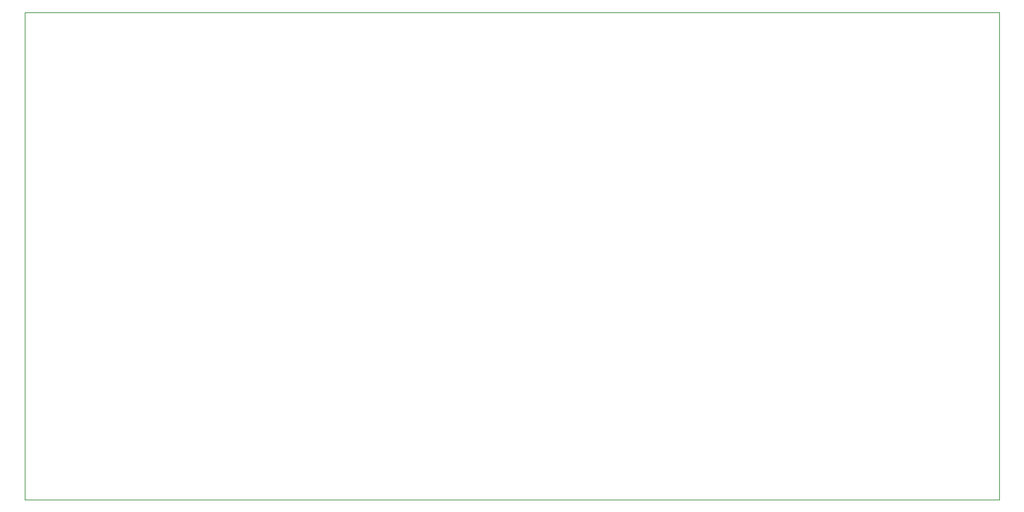
<source format=gbr>
%TF.GenerationSoftware,KiCad,Pcbnew,9.0.6*%
%TF.CreationDate,2026-01-03T23:52:13+01:00*%
%TF.ProjectId,Artnet-Node,4172746e-6574-42d4-9e6f-64652e6b6963,rev?*%
%TF.SameCoordinates,Original*%
%TF.FileFunction,Profile,NP*%
%FSLAX46Y46*%
G04 Gerber Fmt 4.6, Leading zero omitted, Abs format (unit mm)*
G04 Created by KiCad (PCBNEW 9.0.6) date 2026-01-03 23:52:13*
%MOMM*%
%LPD*%
G01*
G04 APERTURE LIST*
%TA.AperFunction,Profile*%
%ADD10C,0.050000*%
%TD*%
G04 APERTURE END LIST*
D10*
X96500000Y-85900000D02*
X216500000Y-85900000D01*
X216500000Y-145900000D01*
X96500000Y-145900000D01*
X96500000Y-85900000D01*
M02*

</source>
